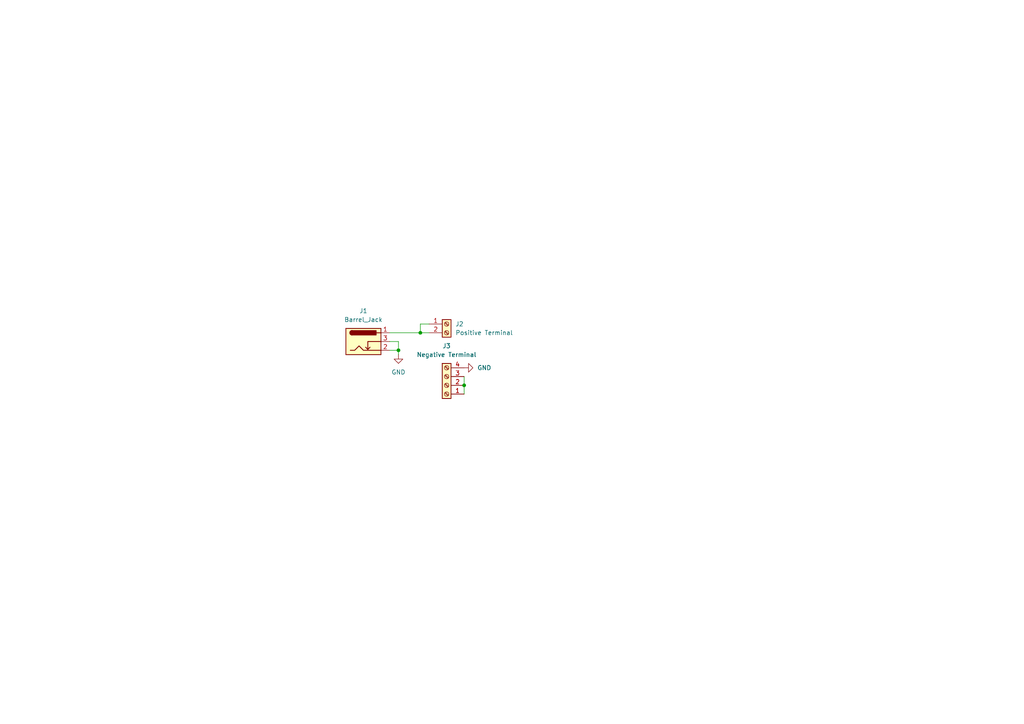
<source format=kicad_sch>
(kicad_sch (version 20230121) (generator eeschema)
  (paper "A4")
  (lib_symbols
    (symbol "Connector:Barrel_Jack_Switch" (pin_names hide)
      (property "Reference" "J" (at 0 5.334 0))
      (property "Value" "Barrel_Jack_Switch" (at 0 -5.08 0))
      (symbol "Barrel_Jack_Switch_0_1"
        (rectangle (start -5.08 3.81) (end 5.08 -3.81) (stroke (width 0.254)) (fill (type background)))
        (arc (start -3.302 3.175) (mid -3.9343 2.54) (end -3.302 1.905) (stroke (width 0.254)))
        (arc (start -3.302 3.175) (mid -3.9343 2.54) (end -3.302 1.905) (stroke (width 0.254)) (fill (type outline)))
        (polyline (pts (xy 1.27 -2.286) (xy 1.905 -1.651)) (stroke (width 0.254)))
        (polyline (pts (xy 5.08 2.54) (xy 3.81 2.54)) (stroke (width 0.254)))
        (polyline (pts (xy 5.08 0) (xy 1.27 0) (xy 1.27 -2.286) (xy 0.635 -1.651)) (stroke (width 0.254)))
        (polyline (pts (xy -3.81 -2.54) (xy -2.54 -2.54) (xy -1.27 -1.27) (xy 0 -2.54) (xy 2.54 -2.54) (xy 5.08 -2.54)) (stroke (width 0.254)))
        (rectangle (start 3.683 3.175) (end -3.302 1.905) (stroke (width 0.254)) (fill (type outline)))
      )
      (symbol "Barrel_Jack_Switch_1_1"
        (pin passive line (at 7.62 2.54 180) (length 2.54) (name "~") (number "1"))
        (pin passive line (at 7.62 -2.54 180) (length 2.54) (name "~") (number "2"))
        (pin passive line (at 7.62 0 180) (length 2.54) (name "~") (number "3"))
      )
    )
    (symbol "Connector:Screw_Terminal_01x02" (pin_names (offset 1.016) hide)
      (property "Reference" "J" (at 0 2.54 0))
      (property "Value" "Screw_Terminal_01x02" (at 0 -5.08 0))
      (symbol "Screw_Terminal_01x02_1_1"
        (rectangle (start -1.27 1.27) (end 1.27 -3.81) (stroke (width 0.254)) (fill (type background)))
        (circle (center 0 -2.54) (radius 0.635) (stroke (width 0.1524)))
        (polyline (pts (xy -0.5334 -2.2098) (xy 0.3302 -3.048)) (stroke (width 0.1524)))
        (polyline (pts (xy -0.5334 0.3302) (xy 0.3302 -0.508)) (stroke (width 0.1524)))
        (polyline (pts (xy -0.3556 -2.032) (xy 0.508 -2.8702)) (stroke (width 0.1524)))
        (polyline (pts (xy -0.3556 0.508) (xy 0.508 -0.3302)) (stroke (width 0.1524)))
        (circle (center 0 0) (radius 0.635) (stroke (width 0.1524)))
        (pin passive line (at -5.08 0 0) (length 3.81) (name "Pin_1") (number "1"))
        (pin passive line (at -5.08 -2.54 0) (length 3.81) (name "Pin_2") (number "2"))
      )
    )
    (symbol "Connector:Screw_Terminal_01x04" (pin_names (offset 1.016) hide)
      (property "Reference" "J" (at 0 5.08 0))
      (property "Value" "Screw_Terminal_01x04" (at 0 -7.62 0))
      (symbol "Screw_Terminal_01x04_1_1"
        (rectangle (start -1.27 3.81) (end 1.27 -6.35) (stroke (width 0.254)) (fill (type background)))
        (circle (center 0 -5.08) (radius 0.635) (stroke (width 0.1524)))
        (circle (center 0 -2.54) (radius 0.635) (stroke (width 0.1524)))
        (polyline (pts (xy -0.5334 -4.7498) (xy 0.3302 -5.588)) (stroke (width 0.1524)))
        (polyline (pts (xy -0.5334 -2.2098) (xy 0.3302 -3.048)) (stroke (width 0.1524)))
        (polyline (pts (xy -0.5334 0.3302) (xy 0.3302 -0.508)) (stroke (width 0.1524)))
        (polyline (pts (xy -0.5334 2.8702) (xy 0.3302 2.032)) (stroke (width 0.1524)))
        (polyline (pts (xy -0.3556 -4.572) (xy 0.508 -5.4102)) (stroke (width 0.1524)))
        (polyline (pts (xy -0.3556 -2.032) (xy 0.508 -2.8702)) (stroke (width 0.1524)))
        (polyline (pts (xy -0.3556 0.508) (xy 0.508 -0.3302)) (stroke (width 0.1524)))
        (polyline (pts (xy -0.3556 3.048) (xy 0.508 2.2098)) (stroke (width 0.1524)))
        (circle (center 0 0) (radius 0.635) (stroke (width 0.1524)))
        (circle (center 0 2.54) (radius 0.635) (stroke (width 0.1524)))
        (pin passive line (at -5.08 2.54 0) (length 3.81) (name "Pin_1") (number "1"))
        (pin passive line (at -5.08 0 0) (length 3.81) (name "Pin_2") (number "2"))
        (pin passive line (at -5.08 -2.54 0) (length 3.81) (name "Pin_3") (number "3"))
        (pin passive line (at -5.08 -5.08 0) (length 3.81) (name "Pin_4") (number "4"))
      )
    )
    (symbol "power:GND" (power) (pin_names (offset 0))
      (property "Value" "GND" (at 0 -3.81 0))
      (symbol "GND_0_1"
        (polyline (pts (xy 0 0) (xy 0 -1.27) (xy 1.27 -1.27) (xy 0 -2.54) (xy -1.27 -1.27) (xy 0 -1.27)))
      )
      (symbol "GND_1_1"
        (pin power_in line (at 0 0 270) (length 0) hide (name "GND") (number "1"))
      )
    )
  )
  (junction (at 121.92 96.52))
  (junction (at 115.57 101.6))
  (junction (at 134.62 111.76))
  (wire (pts (xy 134.62 109.22) (xy 134.62 111.76)))
  (wire (pts (xy 134.62 111.76) (xy 134.62 114.3)))
  (wire (pts (xy 115.57 99.06) (xy 115.57 101.6)))
  (wire (pts (xy 115.57 102.87) (xy 115.57 101.6)))
  (wire (pts (xy 113.03 96.52) (xy 121.92 96.52)))
  (wire (pts (xy 121.92 93.98) (xy 121.92 96.52)))
  (wire (pts (xy 124.46 93.98) (xy 121.92 93.98)))
  (wire (pts (xy 121.92 96.52) (xy 124.46 96.52)))
  (wire (pts (xy 113.03 101.6) (xy 115.57 101.6)))
  (wire (pts (xy 113.03 99.06) (xy 115.57 99.06)))
  (symbol (lib_id "power:GND") (at 115.57 102.87 0) (unit 1)
    (property "Reference" "#PWR01" (effects hide))
    (property "Value" "GND" (at 115.57 107.95 0))
  )
  (symbol (lib_id "Connector:Screw_Terminal_01x04") (at 129.54 111.76 180) (unit 1)
    (property "Reference" "J3" (at 129.54 100.33 0))
    (property "Value" "Negative Terminal" (at 129.54 102.87 0))
    (property "Footprint" "TerminalBlock_Phoenix:TerminalBlock_Phoenix_MKDS-1,5-4-5.08_1x04_P5.08mm_Horizontal" (effects hide))
  )
  (symbol (lib_id "Connector:Screw_Terminal_01x02") (at 129.54 93.98 0) (unit 1)
    (property "Reference" "J2" (at 132.08 93.98 0) (effects (justify left)))
    (property "Value" "Positive Terminal" (at 132.08 96.52 0) (effects (justify left)))
    (property "Footprint" "TerminalBlock_Phoenix:TerminalBlock_Phoenix_MKDS-1,5-2-5.08_1x02_P5.08mm_Horizontal" (effects hide))
  )
  (symbol (lib_id "Connector:Barrel_Jack_Switch") (at 105.41 99.06 0) (unit 1)
    (property "Reference" "J1" (at 105.41 90.17 0))
    (property "Value" "Barrel_Jack" (at 105.41 92.71 0))
    (property "Footprint" "Connector_BarrelJack:BarrelJack_Horizontal" (effects hide))
  )
  (symbol (lib_id "power:GND") (at 134.62 106.68 90) (unit 1)
    (property "Reference" "#PWR02" (effects hide))
    (property "Value" "GND" (at 138.43 106.68 90) (effects (justify right)))
  )
)
</source>
